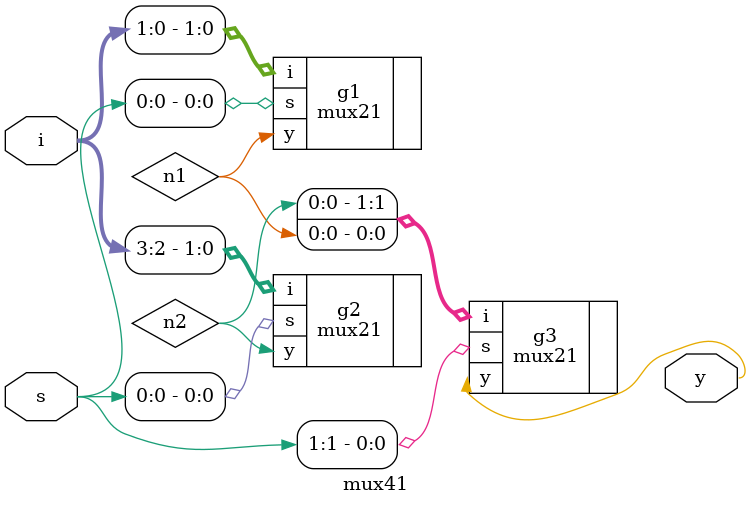
<source format=v>
`include "mux21.v"
module mux41(i,s,y);
input [3:0]i;
input [1:0]s;
output y;
wire n1,n2;
mux21 g1(.i(i[1:0]),.s(s[0]),.y(n1));
mux21 g2(.i(i[3:2]),.s(s[0]),.y(n2));
mux21 g3(.i({n2,n1}),.s(s[1]),.y(y));
endmodule

</source>
